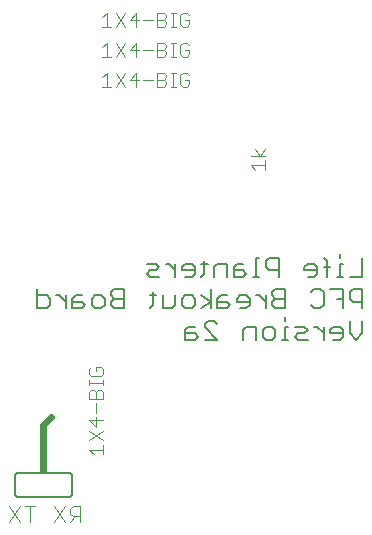
<source format=gbo>
G75*
%MOIN*%
%OFA0B0*%
%FSLAX25Y25*%
%IPPOS*%
%LPD*%
%AMOC8*
5,1,8,0,0,1.08239X$1,22.5*
%
%ADD10C,0.00600*%
%ADD11C,0.02400*%
%ADD12C,0.00400*%
D10*
X0064095Y0069983D02*
X0081095Y0069983D01*
X0081155Y0069985D01*
X0081216Y0069990D01*
X0081275Y0069999D01*
X0081334Y0070012D01*
X0081393Y0070028D01*
X0081450Y0070048D01*
X0081505Y0070071D01*
X0081560Y0070098D01*
X0081612Y0070127D01*
X0081663Y0070160D01*
X0081712Y0070196D01*
X0081758Y0070234D01*
X0081802Y0070276D01*
X0081844Y0070320D01*
X0081882Y0070366D01*
X0081918Y0070415D01*
X0081951Y0070466D01*
X0081980Y0070518D01*
X0082007Y0070573D01*
X0082030Y0070628D01*
X0082050Y0070685D01*
X0082066Y0070744D01*
X0082079Y0070803D01*
X0082088Y0070862D01*
X0082093Y0070923D01*
X0082095Y0070983D01*
X0082095Y0076983D01*
X0082093Y0077043D01*
X0082088Y0077104D01*
X0082079Y0077163D01*
X0082066Y0077222D01*
X0082050Y0077281D01*
X0082030Y0077338D01*
X0082007Y0077393D01*
X0081980Y0077448D01*
X0081951Y0077500D01*
X0081918Y0077551D01*
X0081882Y0077600D01*
X0081844Y0077646D01*
X0081802Y0077690D01*
X0081758Y0077732D01*
X0081712Y0077770D01*
X0081663Y0077806D01*
X0081612Y0077839D01*
X0081560Y0077868D01*
X0081505Y0077895D01*
X0081450Y0077918D01*
X0081393Y0077938D01*
X0081334Y0077954D01*
X0081275Y0077967D01*
X0081216Y0077976D01*
X0081155Y0077981D01*
X0081095Y0077983D01*
X0064095Y0077983D01*
X0064035Y0077981D01*
X0063974Y0077976D01*
X0063915Y0077967D01*
X0063856Y0077954D01*
X0063797Y0077938D01*
X0063740Y0077918D01*
X0063685Y0077895D01*
X0063630Y0077868D01*
X0063578Y0077839D01*
X0063527Y0077806D01*
X0063478Y0077770D01*
X0063432Y0077732D01*
X0063388Y0077690D01*
X0063346Y0077646D01*
X0063308Y0077600D01*
X0063272Y0077551D01*
X0063239Y0077500D01*
X0063210Y0077448D01*
X0063183Y0077393D01*
X0063160Y0077338D01*
X0063140Y0077281D01*
X0063124Y0077222D01*
X0063111Y0077163D01*
X0063102Y0077104D01*
X0063097Y0077043D01*
X0063095Y0076983D01*
X0063095Y0070983D01*
X0063097Y0070923D01*
X0063102Y0070862D01*
X0063111Y0070803D01*
X0063124Y0070744D01*
X0063140Y0070685D01*
X0063160Y0070628D01*
X0063183Y0070573D01*
X0063210Y0070518D01*
X0063239Y0070466D01*
X0063272Y0070415D01*
X0063308Y0070366D01*
X0063346Y0070320D01*
X0063388Y0070276D01*
X0063432Y0070234D01*
X0063478Y0070196D01*
X0063527Y0070160D01*
X0063578Y0070127D01*
X0063630Y0070098D01*
X0063685Y0070071D01*
X0063740Y0070048D01*
X0063797Y0070028D01*
X0063856Y0070012D01*
X0063915Y0069999D01*
X0063974Y0069990D01*
X0064035Y0069985D01*
X0064095Y0069983D01*
X0119838Y0122273D02*
X0123041Y0122273D01*
X0124108Y0123341D01*
X0123041Y0124408D01*
X0119838Y0124408D01*
X0119838Y0125476D02*
X0119838Y0122273D01*
X0119838Y0125476D02*
X0120906Y0126543D01*
X0123041Y0126543D01*
X0126284Y0126543D02*
X0126284Y0127611D01*
X0127351Y0128679D01*
X0129486Y0128679D01*
X0130554Y0127611D01*
X0126284Y0126543D02*
X0130554Y0122273D01*
X0126284Y0122273D01*
X0125203Y0132773D02*
X0128405Y0134908D01*
X0125203Y0137043D01*
X0123034Y0135976D02*
X0123034Y0133841D01*
X0121967Y0132773D01*
X0119831Y0132773D01*
X0118764Y0133841D01*
X0118764Y0135976D01*
X0119831Y0137043D01*
X0121967Y0137043D01*
X0123034Y0135976D01*
X0128405Y0132773D02*
X0128405Y0139179D01*
X0130581Y0135976D02*
X0130581Y0132773D01*
X0133783Y0132773D01*
X0134851Y0133841D01*
X0133783Y0134908D01*
X0130581Y0134908D01*
X0130581Y0135976D02*
X0131648Y0137043D01*
X0133783Y0137043D01*
X0137026Y0135976D02*
X0137026Y0134908D01*
X0141296Y0134908D01*
X0141296Y0133841D02*
X0141296Y0135976D01*
X0140229Y0137043D01*
X0138094Y0137043D01*
X0137026Y0135976D01*
X0138094Y0132773D02*
X0140229Y0132773D01*
X0141296Y0133841D01*
X0143465Y0137043D02*
X0144533Y0137043D01*
X0146668Y0134908D01*
X0146668Y0132773D02*
X0146668Y0137043D01*
X0148843Y0137043D02*
X0148843Y0138111D01*
X0149910Y0139179D01*
X0153113Y0139179D01*
X0153113Y0132773D01*
X0149910Y0132773D01*
X0148843Y0133841D01*
X0148843Y0134908D01*
X0149910Y0135976D01*
X0153113Y0135976D01*
X0149910Y0135976D02*
X0148843Y0137043D01*
X0153120Y0129746D02*
X0153120Y0128679D01*
X0153120Y0126543D02*
X0153120Y0122273D01*
X0154187Y0122273D02*
X0152052Y0122273D01*
X0149890Y0123341D02*
X0149890Y0125476D01*
X0148823Y0126543D01*
X0146688Y0126543D01*
X0145620Y0125476D01*
X0145620Y0123341D01*
X0146688Y0122273D01*
X0148823Y0122273D01*
X0149890Y0123341D01*
X0153120Y0126543D02*
X0154187Y0126543D01*
X0156363Y0126543D02*
X0159565Y0126543D01*
X0160633Y0125476D01*
X0159565Y0124408D01*
X0157430Y0124408D01*
X0156363Y0123341D01*
X0157430Y0122273D01*
X0160633Y0122273D01*
X0162801Y0126543D02*
X0163869Y0126543D01*
X0166004Y0124408D01*
X0166004Y0122273D02*
X0166004Y0126543D01*
X0168179Y0125476D02*
X0168179Y0124408D01*
X0172450Y0124408D01*
X0172450Y0123341D02*
X0172450Y0125476D01*
X0171382Y0126543D01*
X0169247Y0126543D01*
X0168179Y0125476D01*
X0169247Y0122273D02*
X0171382Y0122273D01*
X0172450Y0123341D01*
X0174625Y0124408D02*
X0174625Y0128679D01*
X0174625Y0124408D02*
X0176760Y0122273D01*
X0178895Y0124408D01*
X0178895Y0128679D01*
X0178895Y0132773D02*
X0178895Y0139179D01*
X0175692Y0139179D01*
X0174625Y0138111D01*
X0174625Y0135976D01*
X0175692Y0134908D01*
X0178895Y0134908D01*
X0172450Y0135976D02*
X0170314Y0135976D01*
X0172450Y0139179D02*
X0168179Y0139179D01*
X0166004Y0138111D02*
X0166004Y0133841D01*
X0164937Y0132773D01*
X0162801Y0132773D01*
X0161734Y0133841D01*
X0161734Y0138111D02*
X0162801Y0139179D01*
X0164937Y0139179D01*
X0166004Y0138111D01*
X0167085Y0143273D02*
X0167085Y0148611D01*
X0166017Y0149679D01*
X0166017Y0146476D02*
X0168153Y0146476D01*
X0171382Y0147543D02*
X0171382Y0143273D01*
X0172450Y0143273D02*
X0170314Y0143273D01*
X0174625Y0143273D02*
X0178895Y0143273D01*
X0178895Y0149679D01*
X0172450Y0147543D02*
X0171382Y0147543D01*
X0171382Y0149679D02*
X0171382Y0150746D01*
X0163856Y0146476D02*
X0162788Y0147543D01*
X0160653Y0147543D01*
X0159585Y0146476D01*
X0159585Y0145408D01*
X0163856Y0145408D01*
X0163856Y0144341D02*
X0163856Y0146476D01*
X0163856Y0144341D02*
X0162788Y0143273D01*
X0160653Y0143273D01*
X0150965Y0143273D02*
X0150965Y0149679D01*
X0147762Y0149679D01*
X0146694Y0148611D01*
X0146694Y0146476D01*
X0147762Y0145408D01*
X0150965Y0145408D01*
X0144519Y0143273D02*
X0142384Y0143273D01*
X0143452Y0143273D02*
X0143452Y0149679D01*
X0144519Y0149679D01*
X0139155Y0147543D02*
X0137019Y0147543D01*
X0135952Y0146476D01*
X0135952Y0143273D01*
X0139155Y0143273D01*
X0140222Y0144341D01*
X0139155Y0145408D01*
X0135952Y0145408D01*
X0133777Y0143273D02*
X0133777Y0147543D01*
X0130574Y0147543D01*
X0129506Y0146476D01*
X0129506Y0143273D01*
X0126264Y0144341D02*
X0125196Y0143273D01*
X0126264Y0144341D02*
X0126264Y0148611D01*
X0127331Y0147543D02*
X0125196Y0147543D01*
X0123034Y0146476D02*
X0123034Y0144341D01*
X0121967Y0143273D01*
X0119831Y0143273D01*
X0118764Y0145408D02*
X0123034Y0145408D01*
X0123034Y0146476D02*
X0121967Y0147543D01*
X0119831Y0147543D01*
X0118764Y0146476D01*
X0118764Y0145408D01*
X0116589Y0145408D02*
X0114454Y0147543D01*
X0113386Y0147543D01*
X0111217Y0146476D02*
X0110150Y0147543D01*
X0106947Y0147543D01*
X0108015Y0145408D02*
X0110150Y0145408D01*
X0111217Y0146476D01*
X0111217Y0143273D02*
X0108015Y0143273D01*
X0106947Y0144341D01*
X0108015Y0145408D01*
X0116589Y0143273D02*
X0116589Y0147543D01*
X0109076Y0138111D02*
X0109076Y0133841D01*
X0108008Y0132773D01*
X0108008Y0137043D02*
X0110143Y0137043D01*
X0112318Y0137043D02*
X0112318Y0132773D01*
X0115521Y0132773D01*
X0116589Y0133841D01*
X0116589Y0137043D01*
X0099401Y0135976D02*
X0096198Y0135976D01*
X0095130Y0134908D01*
X0095130Y0133841D01*
X0096198Y0132773D01*
X0099401Y0132773D01*
X0099401Y0139179D01*
X0096198Y0139179D01*
X0095130Y0138111D01*
X0095130Y0137043D01*
X0096198Y0135976D01*
X0092955Y0135976D02*
X0092955Y0133841D01*
X0091888Y0132773D01*
X0089752Y0132773D01*
X0088685Y0133841D01*
X0088685Y0135976D01*
X0089752Y0137043D01*
X0091888Y0137043D01*
X0092955Y0135976D01*
X0086510Y0133841D02*
X0085442Y0134908D01*
X0082239Y0134908D01*
X0082239Y0135976D02*
X0082239Y0132773D01*
X0085442Y0132773D01*
X0086510Y0133841D01*
X0085442Y0137043D02*
X0083307Y0137043D01*
X0082239Y0135976D01*
X0080064Y0137043D02*
X0080064Y0132773D01*
X0080064Y0134908D02*
X0077929Y0137043D01*
X0076861Y0137043D01*
X0074693Y0135976D02*
X0074693Y0133841D01*
X0073625Y0132773D01*
X0070423Y0132773D01*
X0070423Y0139179D01*
X0070423Y0137043D02*
X0073625Y0137043D01*
X0074693Y0135976D01*
X0139175Y0125476D02*
X0139175Y0122273D01*
X0139175Y0125476D02*
X0140242Y0126543D01*
X0143445Y0126543D01*
X0143445Y0122273D01*
X0172450Y0132773D02*
X0172450Y0139179D01*
D11*
X0075095Y0096433D02*
X0072595Y0093933D01*
X0072595Y0078933D01*
D12*
X0064739Y0066838D02*
X0061269Y0061633D01*
X0064739Y0061633D02*
X0061269Y0066838D01*
X0066426Y0066838D02*
X0069895Y0066838D01*
X0068160Y0066838D02*
X0068160Y0061633D01*
X0076269Y0061633D02*
X0079739Y0066838D01*
X0081426Y0065970D02*
X0081426Y0064235D01*
X0082293Y0063368D01*
X0084895Y0063368D01*
X0083160Y0063368D02*
X0081426Y0061633D01*
X0079739Y0061633D02*
X0076269Y0066838D01*
X0081426Y0065970D02*
X0082293Y0066838D01*
X0084895Y0066838D01*
X0084895Y0061633D01*
X0089326Y0084133D02*
X0087791Y0085668D01*
X0092395Y0085668D01*
X0092395Y0087202D02*
X0092395Y0084133D01*
X0092395Y0088737D02*
X0087791Y0091806D01*
X0090093Y0093341D02*
X0087791Y0095643D01*
X0092395Y0095643D01*
X0090093Y0096410D02*
X0090093Y0093341D01*
X0092395Y0091806D02*
X0087791Y0088737D01*
X0090093Y0097945D02*
X0090093Y0101014D01*
X0090093Y0102549D02*
X0090093Y0104851D01*
X0090861Y0105618D01*
X0091628Y0105618D01*
X0092395Y0104851D01*
X0092395Y0102549D01*
X0087791Y0102549D01*
X0087791Y0104851D01*
X0088559Y0105618D01*
X0089326Y0105618D01*
X0090093Y0104851D01*
X0087791Y0107153D02*
X0087791Y0108687D01*
X0087791Y0107920D02*
X0092395Y0107920D01*
X0092395Y0107153D02*
X0092395Y0108687D01*
X0091628Y0110222D02*
X0088559Y0110222D01*
X0087791Y0110989D01*
X0087791Y0112524D01*
X0088559Y0113291D01*
X0090093Y0113291D02*
X0090093Y0111757D01*
X0090093Y0113291D02*
X0091628Y0113291D01*
X0092395Y0112524D01*
X0092395Y0110989D01*
X0091628Y0110222D01*
X0143226Y0178993D02*
X0141691Y0180527D01*
X0146295Y0180527D01*
X0146295Y0178993D02*
X0146295Y0182062D01*
X0146295Y0183596D02*
X0141691Y0183596D01*
X0143226Y0185898D02*
X0144761Y0183596D01*
X0146295Y0185898D01*
X0121260Y0207400D02*
X0120493Y0206633D01*
X0118958Y0206633D01*
X0118191Y0207400D01*
X0118191Y0210470D01*
X0118958Y0211237D01*
X0120493Y0211237D01*
X0121260Y0210470D01*
X0121260Y0208935D02*
X0119726Y0208935D01*
X0121260Y0208935D02*
X0121260Y0207400D01*
X0116657Y0206633D02*
X0115122Y0206633D01*
X0115889Y0206633D02*
X0115889Y0211237D01*
X0115122Y0211237D02*
X0116657Y0211237D01*
X0113587Y0210470D02*
X0113587Y0209702D01*
X0112820Y0208935D01*
X0110518Y0208935D01*
X0108983Y0208935D02*
X0105914Y0208935D01*
X0104379Y0208935D02*
X0101310Y0208935D01*
X0103612Y0211237D01*
X0103612Y0206633D01*
X0099775Y0206633D02*
X0096706Y0211237D01*
X0093637Y0211237D02*
X0093637Y0206633D01*
X0092102Y0206633D02*
X0095172Y0206633D01*
X0096706Y0206633D02*
X0099775Y0211237D01*
X0099775Y0216633D02*
X0096706Y0221237D01*
X0093637Y0221237D02*
X0093637Y0216633D01*
X0092102Y0216633D02*
X0095172Y0216633D01*
X0096706Y0216633D02*
X0099775Y0221237D01*
X0101310Y0218935D02*
X0104379Y0218935D01*
X0105914Y0218935D02*
X0108983Y0218935D01*
X0110518Y0218935D02*
X0112820Y0218935D01*
X0113587Y0218168D01*
X0113587Y0217400D01*
X0112820Y0216633D01*
X0110518Y0216633D01*
X0110518Y0221237D01*
X0112820Y0221237D01*
X0113587Y0220470D01*
X0113587Y0219702D01*
X0112820Y0218935D01*
X0115122Y0216633D02*
X0116657Y0216633D01*
X0115889Y0216633D02*
X0115889Y0221237D01*
X0115122Y0221237D02*
X0116657Y0221237D01*
X0118191Y0220470D02*
X0118191Y0217400D01*
X0118958Y0216633D01*
X0120493Y0216633D01*
X0121260Y0217400D01*
X0121260Y0218935D01*
X0119726Y0218935D01*
X0121260Y0220470D02*
X0120493Y0221237D01*
X0118958Y0221237D01*
X0118191Y0220470D01*
X0118958Y0226633D02*
X0120493Y0226633D01*
X0121260Y0227400D01*
X0121260Y0228935D01*
X0119726Y0228935D01*
X0121260Y0230470D02*
X0120493Y0231237D01*
X0118958Y0231237D01*
X0118191Y0230470D01*
X0118191Y0227400D01*
X0118958Y0226633D01*
X0116657Y0226633D02*
X0115122Y0226633D01*
X0115889Y0226633D02*
X0115889Y0231237D01*
X0115122Y0231237D02*
X0116657Y0231237D01*
X0113587Y0230470D02*
X0113587Y0229702D01*
X0112820Y0228935D01*
X0110518Y0228935D01*
X0108983Y0228935D02*
X0105914Y0228935D01*
X0104379Y0228935D02*
X0101310Y0228935D01*
X0103612Y0231237D01*
X0103612Y0226633D01*
X0099775Y0226633D02*
X0096706Y0231237D01*
X0093637Y0231237D02*
X0093637Y0226633D01*
X0092102Y0226633D02*
X0095172Y0226633D01*
X0096706Y0226633D02*
X0099775Y0231237D01*
X0093637Y0231237D02*
X0092102Y0229702D01*
X0093637Y0221237D02*
X0092102Y0219702D01*
X0093637Y0211237D02*
X0092102Y0209702D01*
X0101310Y0218935D02*
X0103612Y0221237D01*
X0103612Y0216633D01*
X0110518Y0211237D02*
X0112820Y0211237D01*
X0113587Y0210470D01*
X0112820Y0208935D02*
X0113587Y0208168D01*
X0113587Y0207400D01*
X0112820Y0206633D01*
X0110518Y0206633D01*
X0110518Y0211237D01*
X0110518Y0226633D02*
X0112820Y0226633D01*
X0113587Y0227400D01*
X0113587Y0228168D01*
X0112820Y0228935D01*
X0113587Y0230470D02*
X0112820Y0231237D01*
X0110518Y0231237D01*
X0110518Y0226633D01*
M02*

</source>
